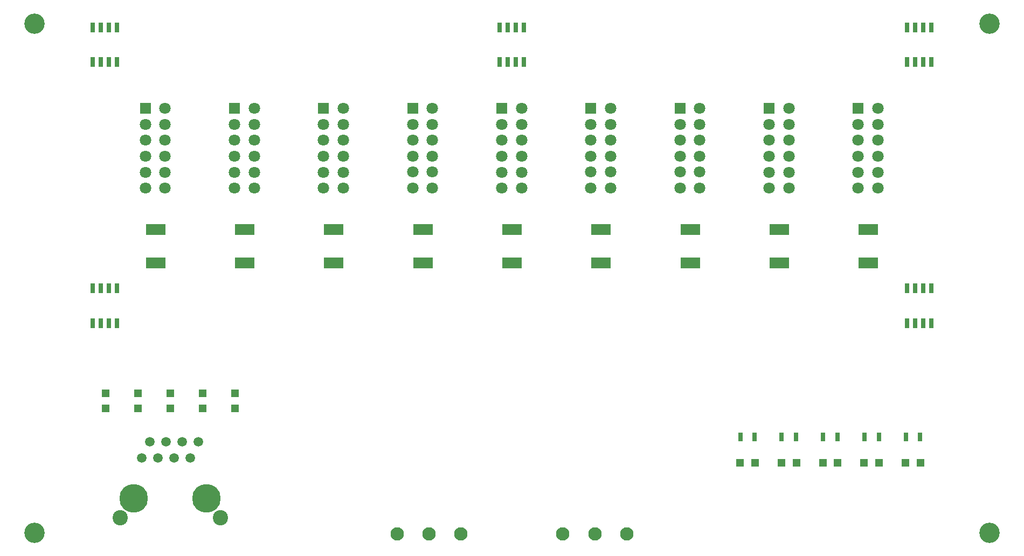
<source format=gbr>
%TF.GenerationSoftware,KiCad,Pcbnew,(6.0.10-0)*%
%TF.CreationDate,2023-01-04T14:52:54-08:00*%
%TF.ProjectId,rgbcct_module,72676263-6374-45f6-9d6f-64756c652e6b,1.0*%
%TF.SameCoordinates,Original*%
%TF.FileFunction,Soldermask,Top*%
%TF.FilePolarity,Negative*%
%FSLAX46Y46*%
G04 Gerber Fmt 4.6, Leading zero omitted, Abs format (unit mm)*
G04 Created by KiCad (PCBNEW (6.0.10-0)) date 2023-01-04 14:52:54*
%MOMM*%
%LPD*%
G01*
G04 APERTURE LIST*
%ADD10R,0.700000X1.525000*%
%ADD11C,2.100000*%
%ADD12R,3.150000X1.780000*%
%ADD13R,0.750000X1.400000*%
%ADD14C,2.400000*%
%ADD15C,4.500000*%
%ADD16C,1.500000*%
%ADD17C,3.200000*%
%ADD18R,1.150000X1.150000*%
%ADD19C,1.800000*%
%ADD20R,1.800000X1.800000*%
G04 APERTURE END LIST*
D10*
%TO.C,Q3*%
X215657390Y-56978816D03*
X214387390Y-56978816D03*
X213117390Y-56978816D03*
X211847390Y-56978816D03*
X211847390Y-51554816D03*
X213117390Y-51554816D03*
X214387390Y-51554816D03*
X215657390Y-51554816D03*
%TD*%
D11*
%TO.C,J11*%
X141752390Y-131131816D03*
X136752390Y-131131816D03*
X131752390Y-131131816D03*
%TD*%
D12*
%TO.C,F1*%
X93752390Y-88546816D03*
X93752390Y-83316816D03*
%TD*%
D13*
%TO.C,D101*%
X187877390Y-115931816D03*
X185627390Y-115931816D03*
%TD*%
D14*
%TO.C,J10*%
X103927390Y-128576816D03*
X88177390Y-128576816D03*
D15*
X90337390Y-125526816D03*
X101767390Y-125526816D03*
D16*
X100497390Y-116636816D03*
X99227390Y-119176816D03*
X97957390Y-116636816D03*
X96687390Y-119176816D03*
X95417390Y-116636816D03*
X94147390Y-119176816D03*
X92877390Y-116636816D03*
X91607390Y-119176816D03*
%TD*%
D12*
%TO.C,F9*%
X205752390Y-88571816D03*
X205752390Y-83341816D03*
%TD*%
%TO.C,F5*%
X149752390Y-88546816D03*
X149752390Y-83316816D03*
%TD*%
D17*
%TO.C,H3*%
X224752390Y-50931816D03*
%TD*%
D10*
%TO.C,Q1*%
X151657390Y-56978816D03*
X150387390Y-56978816D03*
X149117390Y-56978816D03*
X147847390Y-56978816D03*
X147847390Y-51554816D03*
X149117390Y-51554816D03*
X150387390Y-51554816D03*
X151657390Y-51554816D03*
%TD*%
D18*
%TO.C,R5*%
X106232390Y-109034316D03*
X106232390Y-111384316D03*
%TD*%
D13*
%TO.C,D105*%
X213877390Y-115931816D03*
X211627390Y-115931816D03*
%TD*%
D12*
%TO.C,F2*%
X107752390Y-88546816D03*
X107752390Y-83316816D03*
%TD*%
D19*
%TO.C,J1*%
X95252390Y-76791816D03*
X92152390Y-76791816D03*
X95252390Y-74291816D03*
X92152390Y-74291816D03*
X95252390Y-71791816D03*
X92152390Y-71791816D03*
X95252390Y-69291816D03*
X92152390Y-69291816D03*
X95252390Y-66791816D03*
X92152390Y-66791816D03*
X95252390Y-64291816D03*
D20*
X92152390Y-64291816D03*
%TD*%
D19*
%TO.C,J4*%
X137252390Y-76766816D03*
X134152390Y-76766816D03*
X137252390Y-74266816D03*
X134152390Y-74266816D03*
X137252390Y-71766816D03*
X134152390Y-71766816D03*
X137252390Y-69266816D03*
X134152390Y-69266816D03*
X137252390Y-66766816D03*
X134152390Y-66766816D03*
X137252390Y-64266816D03*
D20*
X134152390Y-64266816D03*
%TD*%
D13*
%TO.C,D102*%
X194377390Y-115931816D03*
X192127390Y-115931816D03*
%TD*%
D10*
%TO.C,Q5*%
X83847390Y-92574816D03*
X85117390Y-92574816D03*
X86387390Y-92574816D03*
X87657390Y-92574816D03*
X87657390Y-97998816D03*
X86387390Y-97998816D03*
X85117390Y-97998816D03*
X83847390Y-97998816D03*
%TD*%
D17*
%TO.C,H1*%
X74752390Y-130931816D03*
%TD*%
D12*
%TO.C,F8*%
X191752390Y-88546816D03*
X191752390Y-83316816D03*
%TD*%
%TO.C,F4*%
X135752390Y-88521816D03*
X135752390Y-83291816D03*
%TD*%
D18*
%TO.C,R102*%
X194427390Y-119931816D03*
X192077390Y-119931816D03*
%TD*%
%TO.C,R2*%
X90972390Y-109036816D03*
X90972390Y-111386816D03*
%TD*%
%TO.C,R1*%
X85892390Y-109036816D03*
X85892390Y-111386816D03*
%TD*%
D19*
%TO.C,J6*%
X165252390Y-76766816D03*
X162152390Y-76766816D03*
X165252390Y-74266816D03*
X162152390Y-74266816D03*
X165252390Y-71766816D03*
X162152390Y-71766816D03*
X165252390Y-69266816D03*
X162152390Y-69266816D03*
X165252390Y-66766816D03*
X162152390Y-66766816D03*
X165252390Y-64266816D03*
D20*
X162152390Y-64266816D03*
%TD*%
D10*
%TO.C,Q4*%
X211847390Y-92574816D03*
X213117390Y-92574816D03*
X214387390Y-92574816D03*
X215657390Y-92574816D03*
X215657390Y-97998816D03*
X214387390Y-97998816D03*
X213117390Y-97998816D03*
X211847390Y-97998816D03*
%TD*%
D18*
%TO.C,R103*%
X200927390Y-119931816D03*
X198577390Y-119931816D03*
%TD*%
%TO.C,R101*%
X187927390Y-119931816D03*
X185577390Y-119931816D03*
%TD*%
D12*
%TO.C,F7*%
X177752390Y-88521816D03*
X177752390Y-83291816D03*
%TD*%
D18*
%TO.C,R105*%
X213927390Y-119931816D03*
X211577390Y-119931816D03*
%TD*%
D17*
%TO.C,H4*%
X224752390Y-130931816D03*
%TD*%
D19*
%TO.C,J9*%
X207252390Y-76791816D03*
X204152390Y-76791816D03*
X207252390Y-74291816D03*
X204152390Y-74291816D03*
X207252390Y-71791816D03*
X204152390Y-71791816D03*
X207252390Y-69291816D03*
X204152390Y-69291816D03*
X207252390Y-66791816D03*
X204152390Y-66791816D03*
X207252390Y-64291816D03*
D20*
X204152390Y-64291816D03*
%TD*%
D11*
%TO.C,J12*%
X167752390Y-131131816D03*
X162752390Y-131131816D03*
X157752390Y-131131816D03*
%TD*%
D13*
%TO.C,D103*%
X200877390Y-115931816D03*
X198627390Y-115931816D03*
%TD*%
D19*
%TO.C,J2*%
X109252390Y-76791816D03*
X106152390Y-76791816D03*
X109252390Y-74291816D03*
X106152390Y-74291816D03*
X109252390Y-71791816D03*
X106152390Y-71791816D03*
X109252390Y-69291816D03*
X106152390Y-69291816D03*
X109252390Y-66791816D03*
X106152390Y-66791816D03*
X109252390Y-64291816D03*
D20*
X106152390Y-64291816D03*
%TD*%
D18*
%TO.C,R104*%
X207427390Y-119931816D03*
X205077390Y-119931816D03*
%TD*%
D19*
%TO.C,J3*%
X123252390Y-76791816D03*
X120152390Y-76791816D03*
X123252390Y-74291816D03*
X120152390Y-74291816D03*
X123252390Y-71791816D03*
X120152390Y-71791816D03*
X123252390Y-69291816D03*
X120152390Y-69291816D03*
X123252390Y-66791816D03*
X120152390Y-66791816D03*
X123252390Y-64291816D03*
D20*
X120152390Y-64291816D03*
%TD*%
D12*
%TO.C,F3*%
X121752390Y-88546816D03*
X121752390Y-83316816D03*
%TD*%
D13*
%TO.C,D104*%
X207377390Y-115931816D03*
X205127390Y-115931816D03*
%TD*%
D19*
%TO.C,J7*%
X179252390Y-76766816D03*
X176152390Y-76766816D03*
X179252390Y-74266816D03*
X176152390Y-74266816D03*
X179252390Y-71766816D03*
X176152390Y-71766816D03*
X179252390Y-69266816D03*
X176152390Y-69266816D03*
X179252390Y-66766816D03*
X176152390Y-66766816D03*
X179252390Y-64266816D03*
D20*
X176152390Y-64266816D03*
%TD*%
D19*
%TO.C,J8*%
X193252390Y-76791816D03*
X190152390Y-76791816D03*
X193252390Y-74291816D03*
X190152390Y-74291816D03*
X193252390Y-71791816D03*
X190152390Y-71791816D03*
X193252390Y-69291816D03*
X190152390Y-69291816D03*
X193252390Y-66791816D03*
X190152390Y-66791816D03*
X193252390Y-64291816D03*
D20*
X190152390Y-64291816D03*
%TD*%
D12*
%TO.C,F6*%
X163752390Y-88521816D03*
X163752390Y-83291816D03*
%TD*%
D19*
%TO.C,J5*%
X151252390Y-76791816D03*
X148152390Y-76791816D03*
X151252390Y-74291816D03*
X148152390Y-74291816D03*
X151252390Y-71791816D03*
X148152390Y-71791816D03*
X151252390Y-69291816D03*
X148152390Y-69291816D03*
X151252390Y-66791816D03*
X148152390Y-66791816D03*
X151252390Y-64291816D03*
D20*
X148152390Y-64291816D03*
%TD*%
D17*
%TO.C,H2*%
X74752390Y-50931816D03*
%TD*%
D18*
%TO.C,R4*%
X101132390Y-109036816D03*
X101132390Y-111386816D03*
%TD*%
%TO.C,R3*%
X96052390Y-109036816D03*
X96052390Y-111386816D03*
%TD*%
D10*
%TO.C,Q2*%
X87657390Y-56978816D03*
X86387390Y-56978816D03*
X85117390Y-56978816D03*
X83847390Y-56978816D03*
X83847390Y-51554816D03*
X85117390Y-51554816D03*
X86387390Y-51554816D03*
X87657390Y-51554816D03*
%TD*%
M02*

</source>
